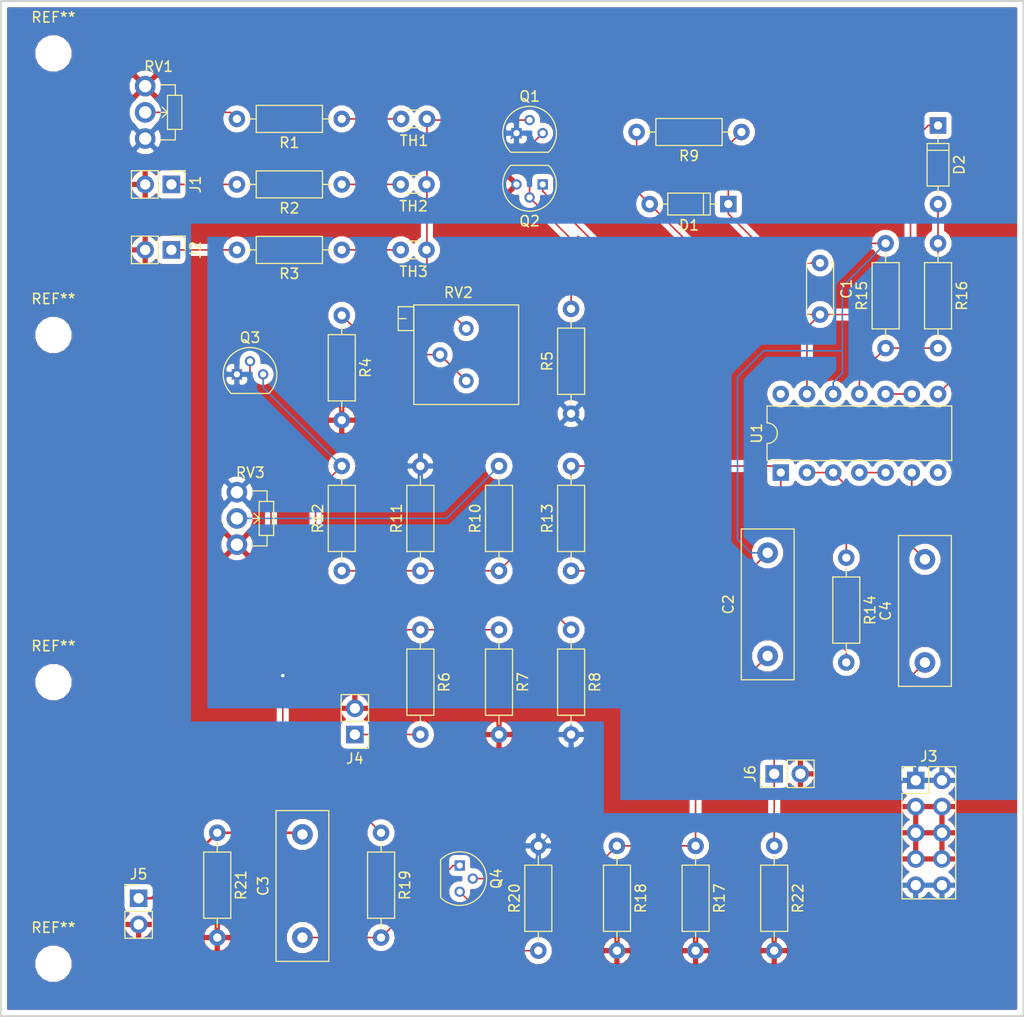
<source format=kicad_pcb>
(kicad_pcb (version 20171130) (host pcbnew "(5.0.0)")
  (layers (0 F.Cu signal hide) (31 B.Cu signal) (34 B.Paste user) (35 F.Paste user) (36 B.SilkS user) (37 F.SilkS user) (38 B.Mask user) (39 F.Mask user) (44 Edge.Cuts user))
  (net 0 "")
  (net 1 "Net-(C1-Pad1)")
  (net 2 "Net-(C1-Pad2)")
  (net 3 "Net-(C2-Pad1)")
  (net 4 "Net-(C2-Pad2)")
  (net 5 "Net-(C3-Pad1)")
  (net 6 "Net-(C3-Pad2)")
  (net 7 "Net-(C4-Pad1)")
  (net 8 "Net-(C4-Pad2)")
  (net 9 "Net-(D2-Pad2)")
  (net 10 "Net-(Q1-Pad2)")
  (net 11 -12V)
  (net 12 GND)
  (net 13 "Net-(Q3-Pad2)")
  (net 14 "Net-(Q3-Pad3)")
  (net 15 +12V)
  (net 16 "Net-(Q4-Pad3)")
  (net 17 "Net-(R1-Pad1)")
  (net 18 "Net-(R1-Pad2)")
  (net 19 "Net-(R2-Pad1)")
  (net 20 "Net-(J1-Pad1)")
  (net 21 "Net-(R3-Pad1)")
  (net 22 "Net-(J2-Pad1)")
  (net 23 "Net-(R4-Pad1)")
  (net 24 "Net-(R10-Pad1)")
  (net 25 "Net-(R10-Pad2)")
  (net 26 "Net-(R14-Pad1)")
  (net 27 "Net-(R15-Pad1)")
  (net 28 VSS)
  (net 29 VDD)
  (net 30 "Net-(Q1-Pad3)")
  (net 31 "Net-(U1-Pad10)")
  (net 32 "Net-(U1-Pad4)")
  (net 33 "Net-(J4-Pad1)")
  (module Pin_Headers:Pin_Header_Straight_2x05_Pitch2.54mm (layer F.Cu) (at 171.196 124.46)
    (fp_text reference J3 (at 1.27 -2.33) (layer F.SilkS))
    (fp_text value "Power header")
    (pad 10 thru_hole oval (at 2.54 10.16) (size 1.7 1.7) (drill 1) (layers *.Cu *.Mask) (net 11 -12V))
    (pad 9 thru_hole oval (at 0 10.16) (size 1.7 1.7) (drill 1) (layers *.Cu *.Mask) (net 11 -12V))
    (pad 8 thru_hole oval (at 2.54 7.62) (size 1.7 1.7) (drill 1) (layers *.Cu *.Mask) (net 12 GND))
    (pad 7 thru_hole oval (at 0 7.62) (size 1.7 1.7) (drill 1) (layers *.Cu *.Mask) (net 12 GND))
    (pad 6 thru_hole oval (at 2.54 5.08) (size 1.7 1.7) (drill 1) (layers *.Cu *.Mask) (net 12 GND))
    (pad 5 thru_hole oval (at 0 5.08) (size 1.7 1.7) (drill 1) (layers *.Cu *.Mask) (net 12 GND))
    (pad 4 thru_hole oval (at 2.54 2.54) (size 1.7 1.7) (drill 1) (layers *.Cu *.Mask) (net 12 GND))
    (pad 3 thru_hole oval (at 0 2.54) (size 1.7 1.7) (drill 1) (layers *.Cu *.Mask) (net 12 GND))
    (pad 2 thru_hole oval (at 2.54 0) (size 1.7 1.7) (drill 1) (layers *.Cu *.Mask) (net 15 +12V))
    (pad 1 thru_hole rect (at 0 0) (size 1.7 1.7) (drill 1) (layers *.Cu *.Mask) (net 15 +12V))
  )
  (module Resistors_THT:R_Axial_DIN0207_L6.3mm_D2.5mm_P10.16mm_Horizontal (layer F.Cu) (at 119.38 129.54 270)
    (fp_text reference R19 (at 5.08 -2.31 270) (layer F.SilkS))
    (fp_text value 3.3k)
    (pad 1 thru_hole circle (at 0 0 270) (size 1.6 1.6) (drill 0.8) (layers *.Cu *.Mask) (net 15 +12V))
    (pad 2 thru_hole oval (at 10.16 0 270) (size 1.6 1.6) (drill 0.8) (layers *.Cu *.Mask) (net 5 "Net-(C3-Pad1)"))
  )
  (module Capacitors_THT:C_Disc_D5.0mm_W2.5mm_P5.00mm (layer F.Cu) (at 161.925 74.295 270)
    (fp_text reference C1 (at 2.5 -2.56 270) (layer F.SilkS))
    (fp_text value 2.2nF)
    (pad 1 thru_hole circle (at 0 0 270) (size 1.6 1.6) (drill 0.8) (layers *.Cu *.Mask) (net 1 "Net-(C1-Pad1)"))
    (pad 2 thru_hole circle (at 5 0 270) (size 1.6 1.6) (drill 0.8) (layers *.Cu *.Mask) (net 2 "Net-(C1-Pad2)"))
  )
  (module Capacitors_THT:C_Disc_D14.5mm_W5.0mm_P10.00mm (layer F.Cu) (at 156.845 112.395 90)
    (fp_text reference C2 (at 5 -3.81 90) (layer F.SilkS))
    (fp_text value 220nF)
    (pad 1 thru_hole circle (at 0 0 90) (size 2 2) (drill 1) (layers *.Cu *.Mask) (net 3 "Net-(C2-Pad1)"))
    (pad 2 thru_hole circle (at 10 0 90) (size 2 2) (drill 1) (layers *.Cu *.Mask) (net 4 "Net-(C2-Pad2)"))
  )
  (module Capacitors_THT:C_Disc_D14.5mm_W5.0mm_P10.00mm (layer F.Cu) (at 111.76 139.7 90)
    (fp_text reference C3 (at 5 -3.81 90) (layer F.SilkS))
    (fp_text value 220nF)
    (pad 1 thru_hole circle (at 0 0 90) (size 2 2) (drill 1) (layers *.Cu *.Mask) (net 5 "Net-(C3-Pad1)"))
    (pad 2 thru_hole circle (at 10 0 90) (size 2 2) (drill 1) (layers *.Cu *.Mask) (net 6 "Net-(C3-Pad2)"))
  )
  (module Capacitors_THT:C_Disc_D14.5mm_W5.0mm_P10.00mm (layer F.Cu) (at 172.085 113.03 90)
    (fp_text reference C4 (at 5 -3.81 90) (layer F.SilkS))
    (fp_text value 220nF)
    (pad 1 thru_hole circle (at 0 0 90) (size 2 2) (drill 1) (layers *.Cu *.Mask) (net 7 "Net-(C4-Pad1)"))
    (pad 2 thru_hole circle (at 10 0 90) (size 2 2) (drill 1) (layers *.Cu *.Mask) (net 8 "Net-(C4-Pad2)"))
  )
  (module Diodes_THT:D_DO-35_SOD27_P7.62mm_Horizontal (layer F.Cu) (at 153.035 68.58 180)
    (fp_text reference D1 (at 3.81 -2.06 180) (layer F.SilkS))
    (fp_text value 1N4148)
    (pad 1 thru_hole rect (at 0 0 180) (size 1.6 1.6) (drill 0.8) (layers *.Cu *.Mask) (net 4 "Net-(C2-Pad2)"))
    (pad 2 thru_hole oval (at 7.62 0 180) (size 1.6 1.6) (drill 0.8) (layers *.Cu *.Mask) (net 1 "Net-(C1-Pad1)"))
  )
  (module Diodes_THT:D_DO-35_SOD27_P7.62mm_Horizontal (layer F.Cu) (at 173.355 60.96 270)
    (fp_text reference D2 (at 3.81 -2.06 270) (layer F.SilkS))
    (fp_text value 1N4148)
    (pad 1 thru_hole rect (at 0 0 270) (size 1.6 1.6) (drill 0.8) (layers *.Cu *.Mask) (net 2 "Net-(C1-Pad2)"))
    (pad 2 thru_hole oval (at 7.62 0 270) (size 1.6 1.6) (drill 0.8) (layers *.Cu *.Mask) (net 9 "Net-(D2-Pad2)"))
  )
  (module TO_SOT_Packages_THT:TO-92_Molded_Narrow (layer F.Cu) (at 132.503345 61.705114)
    (fp_text reference Q1 (at 1.27 -3.56) (layer F.SilkS))
    (fp_text value BC560)
    (pad 2 thru_hole circle (at 1.27 -1.27 90) (size 1 1) (drill 0.6) (layers *.Cu *.Mask) (net 10 "Net-(Q1-Pad2)"))
    (pad 3 thru_hole circle (at 2.54 0 90) (size 1 1) (drill 0.6) (layers *.Cu *.Mask) (net 30 "Net-(Q1-Pad3)"))
    (pad 1 thru_hole rect (at 0 0 90) (size 1 1) (drill 0.6) (layers *.Cu *.Mask) (net 11 -12V))
  )
  (module TO_SOT_Packages_THT:TO-92_Molded_Narrow (layer F.Cu) (at 135.043345 66.675 180)
    (fp_text reference Q2 (at 1.27 -3.56 180) (layer F.SilkS))
    (fp_text value BC548)
    (pad 2 thru_hole circle (at 1.27 -1.27 270) (size 1 1) (drill 0.6) (layers *.Cu *.Mask) (net 30 "Net-(Q1-Pad3)"))
    (pad 3 thru_hole circle (at 2.54 0 270) (size 1 1) (drill 0.6) (layers *.Cu *.Mask) (net 12 GND))
    (pad 1 thru_hole rect (at 0 0 270) (size 1 1) (drill 0.6) (layers *.Cu *.Mask) (net 2 "Net-(C1-Pad2)"))
  )
  (module TO_SOT_Packages_THT:TO-92_Molded_Narrow (layer F.Cu) (at 105.41 85.09)
    (fp_text reference Q3 (at 1.27 -3.56) (layer F.SilkS))
    (fp_text value BC548)
    (pad 2 thru_hole circle (at 1.27 -1.27 90) (size 1 1) (drill 0.6) (layers *.Cu *.Mask) (net 13 "Net-(Q3-Pad2)"))
    (pad 3 thru_hole circle (at 2.54 0 90) (size 1 1) (drill 0.6) (layers *.Cu *.Mask) (net 14 "Net-(Q3-Pad3)"))
    (pad 1 thru_hole rect (at 0 0 90) (size 1 1) (drill 0.6) (layers *.Cu *.Mask) (net 15 +12V))
  )
  (module TO_SOT_Packages_THT:TO-92_Molded_Narrow (layer F.Cu) (at 127 132.715 270)
    (fp_text reference Q4 (at 1.27 -3.56 270) (layer F.SilkS))
    (fp_text value BC548)
    (pad 2 thru_hole circle (at 1.27 -1.27) (size 1 1) (drill 0.6) (layers *.Cu *.Mask) (net 3 "Net-(C2-Pad1)"))
    (pad 3 thru_hole circle (at 2.54 0) (size 1 1) (drill 0.6) (layers *.Cu *.Mask) (net 16 "Net-(Q4-Pad3)"))
    (pad 1 thru_hole rect (at 0 0) (size 1 1) (drill 0.6) (layers *.Cu *.Mask) (net 5 "Net-(C3-Pad1)"))
  )
  (module Resistors_THT:R_Axial_DIN0207_L6.3mm_D2.5mm_P10.16mm_Horizontal (layer F.Cu) (at 115.57 60.325 180)
    (fp_text reference R1 (at 5.08 -2.31 180) (layer F.SilkS))
    (fp_text value 100k)
    (pad 1 thru_hole circle (at 0 0 180) (size 1.6 1.6) (drill 0.8) (layers *.Cu *.Mask) (net 17 "Net-(R1-Pad1)"))
    (pad 2 thru_hole oval (at 10.16 0 180) (size 1.6 1.6) (drill 0.8) (layers *.Cu *.Mask) (net 18 "Net-(R1-Pad2)"))
  )
  (module Resistors_THT:R_Axial_DIN0207_L6.3mm_D2.5mm_P10.16mm_Horizontal (layer F.Cu) (at 115.57 66.675 180)
    (fp_text reference R2 (at 5.08 -2.31 180) (layer F.SilkS))
    (fp_text value 100k)
    (pad 1 thru_hole circle (at 0 0 180) (size 1.6 1.6) (drill 0.8) (layers *.Cu *.Mask) (net 19 "Net-(R2-Pad1)"))
    (pad 2 thru_hole oval (at 10.16 0 180) (size 1.6 1.6) (drill 0.8) (layers *.Cu *.Mask) (net 20 "Net-(J1-Pad1)"))
  )
  (module Resistors_THT:R_Axial_DIN0207_L6.3mm_D2.5mm_P10.16mm_Horizontal (layer F.Cu) (at 115.57 73.025 180)
    (fp_text reference R3 (at 5.08 -2.31 180) (layer F.SilkS))
    (fp_text value 100k)
    (pad 1 thru_hole circle (at 0 0 180) (size 1.6 1.6) (drill 0.8) (layers *.Cu *.Mask) (net 21 "Net-(R3-Pad1)"))
    (pad 2 thru_hole oval (at 10.16 0 180) (size 1.6 1.6) (drill 0.8) (layers *.Cu *.Mask) (net 22 "Net-(J2-Pad1)"))
  )
  (module Resistors_THT:R_Axial_DIN0207_L6.3mm_D2.5mm_P10.16mm_Horizontal (layer F.Cu) (at 115.57 79.375 270)
    (fp_text reference R4 (at 5.08 -2.31 270) (layer F.SilkS))
    (fp_text value 1.5k)
    (pad 1 thru_hole circle (at 0 0 270) (size 1.6 1.6) (drill 0.8) (layers *.Cu *.Mask) (net 23 "Net-(R4-Pad1)"))
    (pad 2 thru_hole oval (at 10.16 0 270) (size 1.6 1.6) (drill 0.8) (layers *.Cu *.Mask) (net 12 GND))
  )
  (module Resistors_THT:R_Axial_DIN0207_L6.3mm_D2.5mm_P10.16mm_Horizontal (layer F.Cu) (at 137.795 88.9 90)
    (fp_text reference R5 (at 5.08 -2.31 90) (layer F.SilkS))
    (fp_text value 1M)
    (pad 1 thru_hole circle (at 0 0 90) (size 1.6 1.6) (drill 0.8) (layers *.Cu *.Mask) (net 15 +12V))
    (pad 2 thru_hole oval (at 10.16 0 90) (size 1.6 1.6) (drill 0.8) (layers *.Cu *.Mask) (net 30 "Net-(Q1-Pad3)"))
  )
  (module Resistors_THT:R_Axial_DIN0207_L6.3mm_D2.5mm_P10.16mm_Horizontal (layer F.Cu) (at 123.19 109.855 270)
    (fp_text reference R6 (at 5.08 -2.31 270) (layer F.SilkS))
    (fp_text value 100k)
    (pad 1 thru_hole circle (at 0 0 270) (size 1.6 1.6) (drill 0.8) (layers *.Cu *.Mask) (net 13 "Net-(Q3-Pad2)"))
    (pad 2 thru_hole oval (at 10.16 0 270) (size 1.6 1.6) (drill 0.8) (layers *.Cu *.Mask) (net 33 "Net-(J4-Pad1)"))
  )
  (module Resistors_THT:R_Axial_DIN0207_L6.3mm_D2.5mm_P10.16mm_Horizontal (layer F.Cu) (at 130.81 109.855 270)
    (fp_text reference R7 (at 5.08 -2.31 270) (layer F.SilkS))
    (fp_text value 1M)
    (pad 1 thru_hole circle (at 0 0 270) (size 1.6 1.6) (drill 0.8) (layers *.Cu *.Mask) (net 13 "Net-(Q3-Pad2)"))
    (pad 2 thru_hole oval (at 10.16 0 270) (size 1.6 1.6) (drill 0.8) (layers *.Cu *.Mask) (net 12 GND))
  )
  (module Resistors_THT:R_Axial_DIN0207_L6.3mm_D2.5mm_P10.16mm_Horizontal (layer F.Cu) (at 137.795 109.855 270)
    (fp_text reference R8 (at 5.08 -2.31 270) (layer F.SilkS))
    (fp_text value 10k)
    (pad 1 thru_hole circle (at 0 0 270) (size 1.6 1.6) (drill 0.8) (layers *.Cu *.Mask) (net 14 "Net-(Q3-Pad3)"))
    (pad 2 thru_hole oval (at 10.16 0 270) (size 1.6 1.6) (drill 0.8) (layers *.Cu *.Mask) (net 11 -12V))
  )
  (module Resistors_THT:R_Axial_DIN0207_L6.3mm_D2.5mm_P10.16mm_Horizontal (layer F.Cu) (at 154.305 61.595 180)
    (fp_text reference R9 (at 5.08 -2.31 180) (layer F.SilkS))
    (fp_text value 680)
    (pad 1 thru_hole circle (at 0 0 180) (size 1.6 1.6) (drill 0.8) (layers *.Cu *.Mask) (net 4 "Net-(C2-Pad2)"))
    (pad 2 thru_hole oval (at 10.16 0 180) (size 1.6 1.6) (drill 0.8) (layers *.Cu *.Mask) (net 1 "Net-(C1-Pad1)"))
  )
  (module Resistors_THT:R_Axial_DIN0207_L6.3mm_D2.5mm_P10.16mm_Horizontal (layer F.Cu) (at 130.81 104.14 90)
    (fp_text reference R10 (at 5.08 -2.31 90) (layer F.SilkS))
    (fp_text value 100k)
    (pad 1 thru_hole circle (at 0 0 90) (size 1.6 1.6) (drill 0.8) (layers *.Cu *.Mask) (net 24 "Net-(R10-Pad1)"))
    (pad 2 thru_hole oval (at 10.16 0 90) (size 1.6 1.6) (drill 0.8) (layers *.Cu *.Mask) (net 25 "Net-(R10-Pad2)"))
  )
  (module Resistors_THT:R_Axial_DIN0207_L6.3mm_D2.5mm_P10.16mm_Horizontal (layer F.Cu) (at 123.19 104.14 90)
    (fp_text reference R11 (at 5.08 -2.31 90) (layer F.SilkS))
    (fp_text value 68k)
    (pad 1 thru_hole circle (at 0 0 90) (size 1.6 1.6) (drill 0.8) (layers *.Cu *.Mask) (net 24 "Net-(R10-Pad1)"))
    (pad 2 thru_hole oval (at 10.16 0 90) (size 1.6 1.6) (drill 0.8) (layers *.Cu *.Mask) (net 15 +12V))
  )
  (module Resistors_THT:R_Axial_DIN0207_L6.3mm_D2.5mm_P10.16mm_Horizontal (layer F.Cu) (at 115.57 104.14 90)
    (fp_text reference R12 (at 5.08 -2.31 90) (layer F.SilkS))
    (fp_text value 100k)
    (pad 1 thru_hole circle (at 0 0 90) (size 1.6 1.6) (drill 0.8) (layers *.Cu *.Mask) (net 24 "Net-(R10-Pad1)"))
    (pad 2 thru_hole oval (at 10.16 0 90) (size 1.6 1.6) (drill 0.8) (layers *.Cu *.Mask) (net 14 "Net-(Q3-Pad3)"))
  )
  (module Resistors_THT:R_Axial_DIN0207_L6.3mm_D2.5mm_P10.16mm_Horizontal (layer F.Cu) (at 137.795 104.14 90)
    (fp_text reference R13 (at 5.08 -2.31 90) (layer F.SilkS))
    (fp_text value 47k)
    (pad 1 thru_hole circle (at 0 0 90) (size 1.6 1.6) (drill 0.8) (layers *.Cu *.Mask) (net 4 "Net-(C2-Pad2)"))
    (pad 2 thru_hole oval (at 10.16 0 90) (size 1.6 1.6) (drill 0.8) (layers *.Cu *.Mask) (net 24 "Net-(R10-Pad1)"))
  )
  (module Resistors_THT:R_Axial_DIN0207_L6.3mm_D2.5mm_P10.16mm_Horizontal (layer F.Cu) (at 164.465 102.87 270)
    (fp_text reference R14 (at 5.08 -2.31 270) (layer F.SilkS))
    (fp_text value 100k)
    (pad 1 thru_hole circle (at 0 0 270) (size 1.6 1.6) (drill 0.8) (layers *.Cu *.Mask) (net 26 "Net-(R14-Pad1)"))
    (pad 2 thru_hole oval (at 10.16 0 270) (size 1.6 1.6) (drill 0.8) (layers *.Cu *.Mask) (net 24 "Net-(R10-Pad1)"))
  )
  (module Resistors_THT:R_Axial_DIN0207_L6.3mm_D2.5mm_P10.16mm_Horizontal (layer F.Cu) (at 168.275 82.55 90)
    (fp_text reference R15 (at 5.08 -2.31 90) (layer F.SilkS))
    (fp_text value 10k)
    (pad 1 thru_hole circle (at 0 0 90) (size 1.6 1.6) (drill 0.8) (layers *.Cu *.Mask) (net 27 "Net-(R15-Pad1)"))
    (pad 2 thru_hole oval (at 10.16 0 90) (size 1.6 1.6) (drill 0.8) (layers *.Cu *.Mask) (net 4 "Net-(C2-Pad2)"))
  )
  (module Resistors_THT:R_Axial_DIN0207_L6.3mm_D2.5mm_P10.16mm_Horizontal (layer F.Cu) (at 173.355 72.39 270)
    (fp_text reference R16 (at 5.08 -2.31 270) (layer F.SilkS))
    (fp_text value 22k)
    (pad 1 thru_hole circle (at 0 0 270) (size 1.6 1.6) (drill 0.8) (layers *.Cu *.Mask) (net 9 "Net-(D2-Pad2)"))
    (pad 2 thru_hole oval (at 10.16 0 270) (size 1.6 1.6) (drill 0.8) (layers *.Cu *.Mask) (net 27 "Net-(R15-Pad1)"))
  )
  (module Resistors_THT:R_Axial_DIN0207_L6.3mm_D2.5mm_P10.16mm_Horizontal (layer F.Cu) (at 149.86 130.81 270)
    (fp_text reference R17 (at 5.08 -2.31 270) (layer F.SilkS))
    (fp_text value 100k)
    (pad 1 thru_hole circle (at 0 0 270) (size 1.6 1.6) (drill 0.8) (layers *.Cu *.Mask) (net 3 "Net-(C2-Pad1)"))
    (pad 2 thru_hole oval (at 10.16 0 270) (size 1.6 1.6) (drill 0.8) (layers *.Cu *.Mask) (net 12 GND))
  )
  (module Resistors_THT:R_Axial_DIN0207_L6.3mm_D2.5mm_P10.16mm_Horizontal (layer F.Cu) (at 142.24 130.81 270)
    (fp_text reference R18 (at 5.08 -2.31 270) (layer F.SilkS))
    (fp_text value 33k)
    (pad 1 thru_hole circle (at 0 0 270) (size 1.6 1.6) (drill 0.8) (layers *.Cu *.Mask) (net 3 "Net-(C2-Pad1)"))
    (pad 2 thru_hole oval (at 10.16 0 270) (size 1.6 1.6) (drill 0.8) (layers *.Cu *.Mask) (net 12 GND))
  )
  (module Resistors_THT:R_Axial_DIN0207_L6.3mm_D2.5mm_P10.16mm_Horizontal (layer F.Cu) (at 134.62 140.97 90)
    (fp_text reference R20 (at 5.08 -2.31 90) (layer F.SilkS))
    (fp_text value 1k)
    (pad 1 thru_hole circle (at 0 0 90) (size 1.6 1.6) (drill 0.8) (layers *.Cu *.Mask) (net 16 "Net-(Q4-Pad3)"))
    (pad 2 thru_hole oval (at 10.16 0 90) (size 1.6 1.6) (drill 0.8) (layers *.Cu *.Mask) (net 11 -12V))
  )
  (module Resistors_THT:R_Axial_DIN0207_L6.3mm_D2.5mm_P10.16mm_Horizontal (layer F.Cu) (at 103.505 129.54 270)
    (fp_text reference R21 (at 5.08 -2.31 270) (layer F.SilkS))
    (fp_text value 100k)
    (pad 1 thru_hole circle (at 0 0 270) (size 1.6 1.6) (drill 0.8) (layers *.Cu *.Mask) (net 6 "Net-(C3-Pad2)"))
    (pad 2 thru_hole oval (at 10.16 0 270) (size 1.6 1.6) (drill 0.8) (layers *.Cu *.Mask) (net 12 GND))
  )
  (module Resistors_THT:R_Axial_DIN0207_L6.3mm_D2.5mm_P10.16mm_Horizontal (layer F.Cu) (at 157.48 130.81 270)
    (fp_text reference R22 (at 5.08 -2.31 270) (layer F.SilkS))
    (fp_text value 100k)
    (pad 1 thru_hole circle (at 0 0 270) (size 1.6 1.6) (drill 0.8) (layers *.Cu *.Mask) (net 7 "Net-(C4-Pad1)"))
    (pad 2 thru_hole oval (at 10.16 0 270) (size 1.6 1.6) (drill 0.8) (layers *.Cu *.Mask) (net 12 GND))
  )
  (module Potentiometers:Potentiometer_Trimmer_Bourns_3299P (layer F.Cu) (at 127.635 80.645)
    (fp_text reference RV2 (at -0.76 -3.475) (layer F.SilkS))
    (fp_text value 1k)
    (pad 1 thru_hole circle (at 0 0) (size 1.44 1.44) (drill 0.8) (layers *.Cu *.Mask) (net 10 "Net-(Q1-Pad2)"))
    (pad 2 thru_hole circle (at -2.54 2.54) (size 1.44 1.44) (drill 0.8) (layers *.Cu *.Mask) (net 23 "Net-(R4-Pad1)"))
    (pad 3 thru_hole circle (at 0 5.08) (size 1.44 1.44) (drill 0.8) (layers *.Cu *.Mask) (net 23 "Net-(R4-Pad1)"))
  )
  (module Capacitors_THT:C_Disc_D3.0mm_W1.6mm_P2.50mm (layer F.Cu) (at 123.825 60.325 180)
    (fp_text reference TH1 (at 1.25 -2.11 180) (layer F.SilkS))
    (fp_text value 10k)
    (pad 1 thru_hole circle (at 0 0 180) (size 1.6 1.6) (drill 0.8) (layers *.Cu *.Mask) (net 10 "Net-(Q1-Pad2)"))
    (pad 2 thru_hole circle (at 2.5 0 180) (size 1.6 1.6) (drill 0.8) (layers *.Cu *.Mask) (net 17 "Net-(R1-Pad1)"))
  )
  (module Capacitors_THT:C_Disc_D3.0mm_W1.6mm_P2.50mm (layer F.Cu) (at 123.785 66.675 180)
    (fp_text reference TH2 (at 1.25 -2.11 180) (layer F.SilkS))
    (fp_text value 10k)
    (pad 1 thru_hole circle (at 0 0 180) (size 1.6 1.6) (drill 0.8) (layers *.Cu *.Mask) (net 10 "Net-(Q1-Pad2)"))
    (pad 2 thru_hole circle (at 2.5 0 180) (size 1.6 1.6) (drill 0.8) (layers *.Cu *.Mask) (net 19 "Net-(R2-Pad1)"))
  )
  (module Capacitors_THT:C_Disc_D3.0mm_W1.6mm_P2.50mm (layer F.Cu) (at 123.785 73.025 180)
    (fp_text reference TH3 (at 1.25 -2.11 180) (layer F.SilkS))
    (fp_text value 10k)
    (pad 1 thru_hole circle (at 0 0 180) (size 1.6 1.6) (drill 0.8) (layers *.Cu *.Mask) (net 10 "Net-(Q1-Pad2)"))
    (pad 2 thru_hole circle (at 2.5 0 180) (size 1.6 1.6) (drill 0.8) (layers *.Cu *.Mask) (net 21 "Net-(R3-Pad1)"))
  )
  (module Housings_DIP:DIP-14_W7.62mm (layer F.Cu) (at 158.115 94.615 90)
    (fp_text reference U1 (at 3.81 -2.33 90) (layer F.SilkS))
    (fp_text value 4069)
    (pad 1 thru_hole rect (at 0 0 90) (size 1.6 1.6) (drill 0.8) (layers *.Cu *.Mask) (net 24 "Net-(R10-Pad1)"))
    (pad 8 thru_hole oval (at 7.62 15.24 90) (size 1.6 1.6) (drill 0.8) (layers *.Cu *.Mask) (net 9 "Net-(D2-Pad2)"))
    (pad 2 thru_hole oval (at 0 2.54 90) (size 1.6 1.6) (drill 0.8) (layers *.Cu *.Mask) (net 26 "Net-(R14-Pad1)"))
    (pad 9 thru_hole oval (at 7.62 12.7 90) (size 1.6 1.6) (drill 0.8) (layers *.Cu *.Mask) (net 31 "Net-(U1-Pad10)"))
    (pad 3 thru_hole oval (at 0 5.08 90) (size 1.6 1.6) (drill 0.8) (layers *.Cu *.Mask) (net 26 "Net-(R14-Pad1)"))
    (pad 10 thru_hole oval (at 7.62 10.16 90) (size 1.6 1.6) (drill 0.8) (layers *.Cu *.Mask) (net 31 "Net-(U1-Pad10)"))
    (pad 4 thru_hole oval (at 0 7.62 90) (size 1.6 1.6) (drill 0.8) (layers *.Cu *.Mask) (net 32 "Net-(U1-Pad4)"))
    (pad 11 thru_hole oval (at 7.62 7.62 90) (size 1.6 1.6) (drill 0.8) (layers *.Cu *.Mask) (net 27 "Net-(R15-Pad1)"))
    (pad 5 thru_hole oval (at 0 10.16 90) (size 1.6 1.6) (drill 0.8) (layers *.Cu *.Mask) (net 32 "Net-(U1-Pad4)"))
    (pad 12 thru_hole oval (at 7.62 5.08 90) (size 1.6 1.6) (drill 0.8) (layers *.Cu *.Mask) (net 4 "Net-(C2-Pad2)"))
    (pad 6 thru_hole oval (at 0 12.7 90) (size 1.6 1.6) (drill 0.8) (layers *.Cu *.Mask) (net 8 "Net-(C4-Pad2)"))
    (pad 13 thru_hole oval (at 7.62 2.54 90) (size 1.6 1.6) (drill 0.8) (layers *.Cu *.Mask) (net 2 "Net-(C1-Pad2)"))
    (pad 7 thru_hole oval (at 0 15.24 90) (size 1.6 1.6) (drill 0.8) (layers *.Cu *.Mask) (net 28 VSS))
    (pad 14 thru_hole oval (at 7.62 0 90) (size 1.6 1.6) (drill 0.8) (layers *.Cu *.Mask) (net 29 VDD))
  )
  (module Pin_Headers:Pin_Header_Straight_1x02_Pitch2.54mm (layer F.Cu) (at 99.06 66.675 270)
    (fp_text reference J1 (at 0 -2.33 270) (layer F.SilkS))
    (fp_text value "CV 1")
    (pad 1 thru_hole rect (at 0 0 270) (size 1.7 1.7) (drill 1) (layers *.Cu *.Mask) (net 20 "Net-(J1-Pad1)"))
    (pad 2 thru_hole oval (at 0 2.54 270) (size 1.7 1.7) (drill 1) (layers *.Cu *.Mask) (net 12 GND))
  )
  (module Pin_Headers:Pin_Header_Straight_1x02_Pitch2.54mm (layer F.Cu) (at 99.06 73.025 270)
    (fp_text reference J2 (at 0 -2.33 270) (layer F.SilkS))
    (fp_text value "CV 2")
    (pad 1 thru_hole rect (at 0 0 270) (size 1.7 1.7) (drill 1) (layers *.Cu *.Mask) (net 22 "Net-(J2-Pad1)"))
    (pad 2 thru_hole oval (at 0 2.54 270) (size 1.7 1.7) (drill 1) (layers *.Cu *.Mask) (net 12 GND))
  )
  (module Pin_Headers:Pin_Header_Straight_1x02_Pitch2.54mm (layer F.Cu) (at 116.84 120.015 180)
    (fp_text reference J4 (at 0 -2.33 180) (layer F.SilkS))
    (fp_text value PWM)
    (pad 1 thru_hole rect (at 0 0 180) (size 1.7 1.7) (drill 1) (layers *.Cu *.Mask) (net 33 "Net-(J4-Pad1)"))
    (pad 2 thru_hole oval (at 0 2.54 180) (size 1.7 1.7) (drill 1) (layers *.Cu *.Mask) (net 12 GND))
  )
  (module Pin_Headers:Pin_Header_Straight_1x02_Pitch2.54mm (layer F.Cu) (at 95.885 135.89)
    (fp_text reference J5 (at 0 -2.33) (layer F.SilkS))
    (fp_text value "saw out")
    (pad 1 thru_hole rect (at 0 0) (size 1.7 1.7) (drill 1) (layers *.Cu *.Mask) (net 6 "Net-(C3-Pad2)"))
    (pad 2 thru_hole oval (at 0 2.54) (size 1.7 1.7) (drill 1) (layers *.Cu *.Mask) (net 12 GND))
  )
  (module Potentiometers:Potentiometer_WirePads_Small (layer F.Cu) (at 96.52 57.15)
    (fp_text reference RV1 (at 1.3 -1.9) (layer F.SilkS))
    (fp_text value 22k)
    (pad 2 thru_hole circle (at 0 2.54) (size 2 2) (drill 1.2) (layers *.Cu *.Mask) (net 18 "Net-(R1-Pad2)"))
    (pad 3 thru_hole circle (at 0 5.08) (size 2 2) (drill 1.2) (layers *.Cu *.Mask) (net 11 -12V))
    (pad 1 thru_hole circle (at 0 0) (size 2 2) (drill 1.2) (layers *.Cu *.Mask) (net 12 GND))
  )
  (module Potentiometers:Potentiometer_WirePads_Small (layer F.Cu) (at 105.41 96.52)
    (fp_text reference RV3 (at 1.3 -1.9) (layer F.SilkS))
    (fp_text value 22k)
    (pad 2 thru_hole circle (at 0 2.54) (size 2 2) (drill 1.2) (layers *.Cu *.Mask) (net 25 "Net-(R10-Pad2)"))
    (pad 3 thru_hole circle (at 0 5.08) (size 2 2) (drill 1.2) (layers *.Cu *.Mask) (net 12 GND))
    (pad 1 thru_hole circle (at 0 0) (size 2 2) (drill 1.2) (layers *.Cu *.Mask) (net 15 +12V))
  )
  (module Pin_Headers:Pin_Header_Straight_1x02_Pitch2.54mm (layer F.Cu) (at 157.48 123.825 90)
    (fp_text reference J6 (at 0 -2.33 90) (layer F.SilkS))
    (fp_text value "pulse out")
    (pad 2 thru_hole oval (at 0 2.54 90) (size 1.7 1.7) (drill 1) (layers *.Cu *.Mask) (net 12 GND))
    (pad 1 thru_hole rect (at 0 0 90) (size 1.7 1.7) (drill 1) (layers *.Cu *.Mask) (net 7 "Net-(C4-Pad1)"))
  )
  (module Mounting_Holes:MountingHole_2.5mm (layer F.Cu) (at 87.63 53.975)
    (fp_text reference REF** (at 0 -3.5) (layer F.SilkS))
    (fp_text value MountingHole_2.5mm)
    (pad 1 np_thru_hole circle (at 0 0) (size 2.5 2.5) (drill 2.5) (layers *.Cu *.Mask))
  )
  (module Mounting_Holes:MountingHole_2.5mm (layer F.Cu) (at 87.63 142.24)
    (fp_text reference REF** (at 0 -3.5) (layer F.SilkS))
    (fp_text value MountingHole_2.5mm)
    (pad 1 np_thru_hole circle (at 0 0) (size 2.5 2.5) (drill 2.5) (layers *.Cu *.Mask))
  )
  (module Mounting_Holes:MountingHole_2.5mm (layer F.Cu) (at 87.63 81.28)
    (fp_text reference REF** (at 0 -3.5) (layer F.SilkS))
    (fp_text value MountingHole_2.5mm)
    (pad 1 np_thru_hole circle (at 0 0) (size 2.5 2.5) (drill 2.5) (layers *.Cu *.Mask))
  )
  (module Mounting_Holes:MountingHole_2.5mm (layer F.Cu) (at 87.63 114.935)
    (fp_text reference REF** (at 0 -3.5) (layer F.SilkS))
    (fp_text value MountingHole_2.5mm)
    (pad 1 np_thru_hole circle (at 0 0) (size 2.5 2.5) (drill 2.5) (layers *.Cu *.Mask))
  )
  (gr_line (start 181.61 147.32) (end 181.61 48.895) (layer Edge.Cuts) (width 0.15))
  (gr_line (start 82.55 48.895) (end 82.55 147.32) (layer Edge.Cuts) (width 0.15))
  (gr_line (start 82.55 48.895) (end 181.61 48.895) (layer Edge.Cuts) (width 0.2))
  (gr_line (start 181.61 147.32) (end 82.55 147.32) (layer Edge.Cuts) (width 0.2))
  (segment (start 144.145 67.31) (end 145.415 68.58) (width 0.1524) (layer F.Cu) (net 1))
  (segment (start 144.145 61.595) (end 144.145 67.31) (width 0.1524) (layer F.Cu) (net 1))
  (segment (start 151.13 74.295) (end 161.925 74.295) (width 0.1524) (layer F.Cu) (net 1))
  (segment (start 145.415 68.58) (end 151.13 74.295) (width 0.1524) (layer F.Cu) (net 1))
  (segment (start 160.79363 79.295) (end 161.925 79.295) (width 0.1524) (layer F.Cu) (net 2))
  (segment (start 147.010945 79.295) (end 160.79363 79.295) (width 0.1524) (layer F.Cu) (net 2))
  (segment (start 135.043345 67.3274) (end 147.010945 79.295) (width 0.1524) (layer F.Cu) (net 2))
  (segment (start 135.043345 66.675) (end 135.043345 67.3274) (width 0.1524) (layer F.Cu) (net 2))
  (segment (start 172.4026 60.96) (end 173.355 60.96) (width 0.1524) (layer F.Cu) (net 2))
  (segment (start 170.688 62.6746) (end 172.4026 60.96) (width 0.1524) (layer F.Cu) (net 2))
  (segment (start 170.688 73.66) (end 170.688 62.6746) (width 0.1524) (layer F.Cu) (net 2))
  (segment (start 165.053 79.295) (end 170.688 73.66) (width 0.1524) (layer F.Cu) (net 2))
  (segment (start 161.925 79.295) (end 165.053 79.295) (width 0.1524) (layer F.Cu) (net 2))
  (segment (start 160.655 80.565) (end 160.655 86.995) (width 0.1524) (layer F.Cu) (net 2))
  (segment (start 161.925 79.295) (end 160.655 80.565) (width 0.1524) (layer F.Cu) (net 2))
  (segment (start 142.24 130.81) (end 149.86 130.81) (width 0.1524) (layer F.Cu) (net 3))
  (segment (start 149.86 119.38) (end 149.86 130.81) (width 0.1524) (layer F.Cu) (net 3))
  (segment (start 156.845 112.395) (end 149.86 119.38) (width 0.1524) (layer F.Cu) (net 3))
  (segment (start 139.065 133.985) (end 142.24 130.81) (width 0.1524) (layer F.Cu) (net 3))
  (segment (start 128.27 133.985) (end 139.065 133.985) (width 0.1524) (layer F.Cu) (net 3))
  (segment (start 155.1 104.14) (end 156.845 102.395) (width 0.1524) (layer F.Cu) (net 4))
  (segment (start 137.795 104.14) (end 155.1 104.14) (width 0.1524) (layer F.Cu) (net 4))
  (segment (start 153.035 62.865) (end 153.035 68.58) (width 0.1524) (layer F.Cu) (net 4))
  (segment (start 154.305 61.595) (end 153.035 62.865) (width 0.1524) (layer F.Cu) (net 4))
  (segment (start 153.035 69.5324) (end 153.035 68.58) (width 0.1524) (layer F.Cu) (net 4))
  (segment (start 155.8926 72.39) (end 153.035 69.5324) (width 0.1524) (layer F.Cu) (net 4))
  (segment (start 168.275 72.39) (end 155.8926 72.39) (width 0.1524) (layer F.Cu) (net 4))
  (segment (start 155.227 102.395) (end 153.924 101.092) (width 0.1524) (layer B.Cu) (net 4))
  (segment (start 156.845 102.395) (end 155.227 102.395) (width 0.1524) (layer B.Cu) (net 4))
  (segment (start 164.084 76.581) (end 168.275 72.39) (width 0.1524) (layer B.Cu) (net 4))
  (segment (start 153.924 101.092) (end 153.924 85.344) (width 0.1524) (layer B.Cu) (net 4))
  (segment (start 153.924 85.344) (end 156.464 82.804) (width 0.1524) (layer B.Cu) (net 4))
  (segment (start 164.084 82.804) (end 164.084 76.581) (width 0.1524) (layer B.Cu) (net 4))
  (segment (start 156.464 82.804) (end 163.068 82.804) (width 0.1524) (layer B.Cu) (net 4))
  (segment (start 163.068 82.804) (end 164.084 82.804) (width 0.1524) (layer B.Cu) (net 4))
  (segment (start 164.084 84.97463) (end 164.084 82.804) (width 0.1524) (layer B.Cu) (net 4))
  (segment (start 163.195 85.86363) (end 164.084 84.97463) (width 0.1524) (layer B.Cu) (net 4))
  (segment (start 163.195 86.995) (end 163.195 85.86363) (width 0.1524) (layer B.Cu) (net 4))
  (segment (start 111.76 139.7) (end 119.38 139.7) (width 0.1524) (layer F.Cu) (net 5))
  (segment (start 126.365 132.715) (end 127 132.715) (width 0.1524) (layer F.Cu) (net 5))
  (segment (start 119.38 139.7) (end 126.365 132.715) (width 0.1524) (layer F.Cu) (net 5))
  (segment (start 97.155 135.89) (end 103.505 129.54) (width 0.25) (layer F.Cu) (net 6))
  (segment (start 95.885 135.89) (end 97.155 135.89) (width 0.25) (layer F.Cu) (net 6))
  (segment (start 111.6 129.54) (end 111.76 129.7) (width 0.25) (layer F.Cu) (net 6))
  (segment (start 103.505 129.54) (end 111.6 129.54) (width 0.25) (layer F.Cu) (net 6))
  (segment (start 157.48 130.81) (end 157.48 123.825) (width 0.1524) (layer F.Cu) (net 7))
  (segment (start 157.48 123.825) (end 157.48 121.412) (width 0.1524) (layer F.Cu) (net 7))
  (segment (start 163.703 121.412) (end 172.085 113.03) (width 0.1524) (layer F.Cu) (net 7))
  (segment (start 157.48 121.412) (end 163.703 121.412) (width 0.1524) (layer F.Cu) (net 7))
  (segment (start 170.815 101.76) (end 172.085 103.03) (width 0.1524) (layer F.Cu) (net 8))
  (segment (start 170.815 94.615) (end 170.815 101.76) (width 0.1524) (layer F.Cu) (net 8))
  (segment (start 173.355 68.58) (end 173.355 72.39) (width 0.1524) (layer F.Cu) (net 9))
  (segment (start 173.355 72.39) (end 173.355 77.851) (width 0.1524) (layer F.Cu) (net 9))
  (segment (start 173.355 77.851) (end 176.276 80.772) (width 0.1524) (layer F.Cu) (net 9))
  (segment (start 176.276 84.074) (end 173.355 86.995) (width 0.1524) (layer F.Cu) (net 9))
  (segment (start 176.276 80.772) (end 176.276 84.074) (width 0.1524) (layer F.Cu) (net 9))
  (segment (start 123.825 76.835) (end 127.635 80.645) (width 0.1524) (layer F.Cu) (net 10))
  (segment (start 123.825 60.325) (end 123.825 76.835) (width 0.1524) (layer F.Cu) (net 10))
  (segment (start 123.935114 60.435114) (end 123.825 60.325) (width 0.1524) (layer F.Cu) (net 10))
  (segment (start 133.773345 60.435114) (end 123.935114 60.435114) (width 0.1524) (layer F.Cu) (net 10))
  (segment (start 137.795 127.635) (end 137.795 120.015) (width 0.1524) (layer B.Cu) (net 11))
  (segment (start 134.62 130.81) (end 137.795 127.635) (width 0.1524) (layer B.Cu) (net 11))
  (segment (start 137.795 120.015) (end 137.795 118.88363) (width 0.1524) (layer B.Cu) (net 11))
  (segment (start 131.978459 62.23) (end 132.503345 61.705114) (width 0.1524) (layer B.Cu) (net 11))
  (segment (start 123.19 109.855) (end 130.81 109.855) (width 0.1524) (layer F.Cu) (net 13))
  (segment (start 115.773934 109.855) (end 108.712 102.793066) (width 0.1524) (layer F.Cu) (net 13))
  (segment (start 123.19 109.855) (end 115.773934 109.855) (width 0.1524) (layer F.Cu) (net 13))
  (segment (start 108.712 102.793066) (end 108.712 93.98) (width 0.1524) (layer F.Cu) (net 13))
  (segment (start 106.68 91.948) (end 106.68 83.82) (width 0.1524) (layer F.Cu) (net 13))
  (segment (start 108.712 93.98) (end 106.68 91.948) (width 0.1524) (layer F.Cu) (net 13))
  (segment (start 137.795 109.855) (end 134.62 106.68) (width 0.1524) (layer F.Cu) (net 14))
  (segment (start 134.62 106.68) (end 119.07519 106.68) (width 0.1524) (layer F.Cu) (net 14))
  (segment (start 119.07519 106.68) (end 119.38 106.68) (width 0.1524) (layer F.Cu) (net 14))
  (segment (start 107.95 86.36) (end 115.57 93.98) (width 0.1524) (layer B.Cu) (net 14))
  (segment (start 107.95 85.09) (end 107.95 86.36) (width 0.1524) (layer B.Cu) (net 14))
  (segment (start 113.03 96.52) (end 115.57 93.98) (width 0.1524) (layer F.Cu) (net 14))
  (segment (start 114.046 106.68) (end 113.03 105.664) (width 0.1524) (layer F.Cu) (net 14))
  (segment (start 114.3 106.68) (end 114.046 106.68) (width 0.1524) (layer F.Cu) (net 14))
  (segment (start 113.03 105.664) (end 113.03 96.52) (width 0.1524) (layer F.Cu) (net 14))
  (segment (start 114.3 106.68) (end 119.07519 106.68) (width 0.1524) (layer F.Cu) (net 14))
  (segment (start 119.38 129.54) (end 113.03 123.19) (width 0.1524) (layer F.Cu) (net 15))
  (segment (start 113.03 123.19) (end 112.395 122.555) (width 0.1524) (layer F.Cu) (net 15))
  (segment (start 112.395 122.555) (end 111.76 121.92) (width 0.1524) (layer F.Cu) (net 15))
  (segment (start 111.76 121.92) (end 109.855 120.015) (width 0.1524) (layer F.Cu) (net 15))
  (segment (start 109.855 120.015) (end 109.855 114.3) (width 0.1524) (layer F.Cu) (net 15))
  (via (at 109.855 114.3) (size 0.6858) (drill 0.3302) (layers F.Cu B.Cu) (net 15))
  (via (at 173.736 124.46) (size 0.6858) (drill 0.3302) (layers F.Cu B.Cu) (net 15))
  (segment (start 132.715 140.97) (end 127 135.255) (width 0.1524) (layer F.Cu) (net 16))
  (segment (start 134.62 140.97) (end 132.715 140.97) (width 0.1524) (layer F.Cu) (net 16))
  (segment (start 115.57 60.325) (end 121.325 60.325) (width 0.1524) (layer F.Cu) (net 17))
  (segment (start 104.775 59.69) (end 105.41 60.325) (width 0.1524) (layer F.Cu) (net 18))
  (segment (start 96.52 59.69) (end 104.775 59.69) (width 0.1524) (layer F.Cu) (net 18))
  (segment (start 115.57 66.675) (end 121.285 66.675) (width 0.1524) (layer F.Cu) (net 19))
  (segment (start 100.0624 66.675) (end 105.41 66.675) (width 0.1524) (layer F.Cu) (net 20))
  (segment (start 99.06 66.675) (end 100.0624 66.675) (width 0.1524) (layer F.Cu) (net 20))
  (segment (start 115.57 73.025) (end 121.285 73.025) (width 0.1524) (layer F.Cu) (net 21))
  (segment (start 99.06 73.025) (end 105.41 73.025) (width 0.1524) (layer F.Cu) (net 22))
  (segment (start 126.915001 85.005001) (end 125.095 83.185) (width 0.1524) (layer F.Cu) (net 23))
  (segment (start 127.635 85.725) (end 126.915001 85.005001) (width 0.1524) (layer F.Cu) (net 23))
  (segment (start 119.38 83.185) (end 125.095 83.185) (width 0.1524) (layer F.Cu) (net 23))
  (segment (start 115.57 79.375) (end 119.38 83.185) (width 0.1524) (layer F.Cu) (net 23))
  (segment (start 137.795 97.155) (end 130.81 104.14) (width 0.1524) (layer F.Cu) (net 24))
  (segment (start 137.795 93.98) (end 137.795 97.155) (width 0.1524) (layer F.Cu) (net 24))
  (segment (start 115.57 104.14) (end 130.81 104.14) (width 0.1524) (layer F.Cu) (net 24))
  (segment (start 157.48 93.98) (end 158.115 94.615) (width 0.1524) (layer F.Cu) (net 24))
  (segment (start 137.795 93.98) (end 157.48 93.98) (width 0.1524) (layer F.Cu) (net 24))
  (segment (start 158.115 98.171) (end 158.115 94.615) (width 0.1524) (layer F.Cu) (net 24))
  (segment (start 160.528 100.584) (end 158.115 98.171) (width 0.1524) (layer F.Cu) (net 24))
  (segment (start 160.528 107.96163) (end 160.528 100.584) (width 0.1524) (layer F.Cu) (net 24))
  (segment (start 164.465 113.03) (end 164.465 111.89863) (width 0.1524) (layer F.Cu) (net 24))
  (segment (start 164.465 111.89863) (end 160.528 107.96163) (width 0.1524) (layer F.Cu) (net 24))
  (segment (start 125.73 99.06) (end 130.81 93.98) (width 0.1524) (layer B.Cu) (net 25))
  (segment (start 105.41 99.06) (end 125.73 99.06) (width 0.1524) (layer B.Cu) (net 25))
  (segment (start 164.465 95.885) (end 163.195 94.615) (width 0.1524) (layer F.Cu) (net 26))
  (segment (start 164.465 102.87) (end 164.465 95.885) (width 0.1524) (layer F.Cu) (net 26))
  (segment (start 160.655 94.615) (end 163.195 94.615) (width 0.1524) (layer F.Cu) (net 26))
  (segment (start 168.275 82.55) (end 173.355 82.55) (width 0.1524) (layer F.Cu) (net 27))
  (segment (start 165.735 85.09) (end 168.275 82.55) (width 0.1524) (layer F.Cu) (net 27))
  (segment (start 165.735 86.995) (end 165.735 85.09) (width 0.1524) (layer F.Cu) (net 27))
  (segment (start 137.795 71.966655) (end 133.773345 67.945) (width 0.1524) (layer F.Cu) (net 30))
  (segment (start 137.795 78.74) (end 137.795 71.966655) (width 0.1524) (layer F.Cu) (net 30))
  (segment (start 133.773345 62.975114) (end 135.043345 61.705114) (width 0.1524) (layer F.Cu) (net 30))
  (segment (start 133.773345 67.945) (end 133.773345 62.975114) (width 0.1524) (layer F.Cu) (net 30))
  (segment (start 168.275 86.995) (end 170.815 86.995) (width 0.1524) (layer F.Cu) (net 31))
  (segment (start 167.14363 94.615) (end 165.735 94.615) (width 0.1524) (layer F.Cu) (net 32))
  (segment (start 168.275 94.615) (end 167.14363 94.615) (width 0.1524) (layer F.Cu) (net 32))
  (segment (start 116.84 120.015) (end 123.19 120.015) (width 0.1524) (layer F.Cu) (net 33))
  (zone (net 12) (net_name GND) (layer F.Cu) (connect_pads (clearance 0.508)) (min_thickness 0.254) (fill yes (arc_segments 16) (thermal_gap 0.508) (thermal_bridge_width 0.508))
    (polygon (pts (xy 82.55 48.895) (xy 181.61 48.895) (xy 181.61 147.32) (xy 82.55 147.32)))
  )
  (zone (net 11) (net_name -12V) (layer B.Cu) (connect_pads (clearance 0.508)) (min_thickness 0.254) (fill yes (arc_segments 16) (thermal_gap 0.508) (thermal_bridge_width 0.508))
    (polygon (pts (xy 181.61 127.635) (xy 181.61 147.32) (xy 82.55 147.32) (xy 82.55 48.895) (xy 181.61 48.895) (xy 181.61 70.485) (xy 100.965 70.485) (xy 100.965 118.745) (xy 140.97 118.745) (xy 140.97 127.635)))
  )
  (zone (net 15) (net_name +12V) (layer B.Cu) (connect_pads (clearance 0.508)) (min_thickness 0.254) (fill yes (arc_segments 16) (thermal_gap 0.508) (thermal_bridge_width 0.508))
    (polygon (pts (xy 181.293265 126.365) (xy 181.293265 71.755) (xy 102.553265 71.755) (xy 102.553265 117.475) (xy 107.95 117.475) (xy 142.558265 117.475) (xy 142.558265 126.365)))
  )
)
</source>
